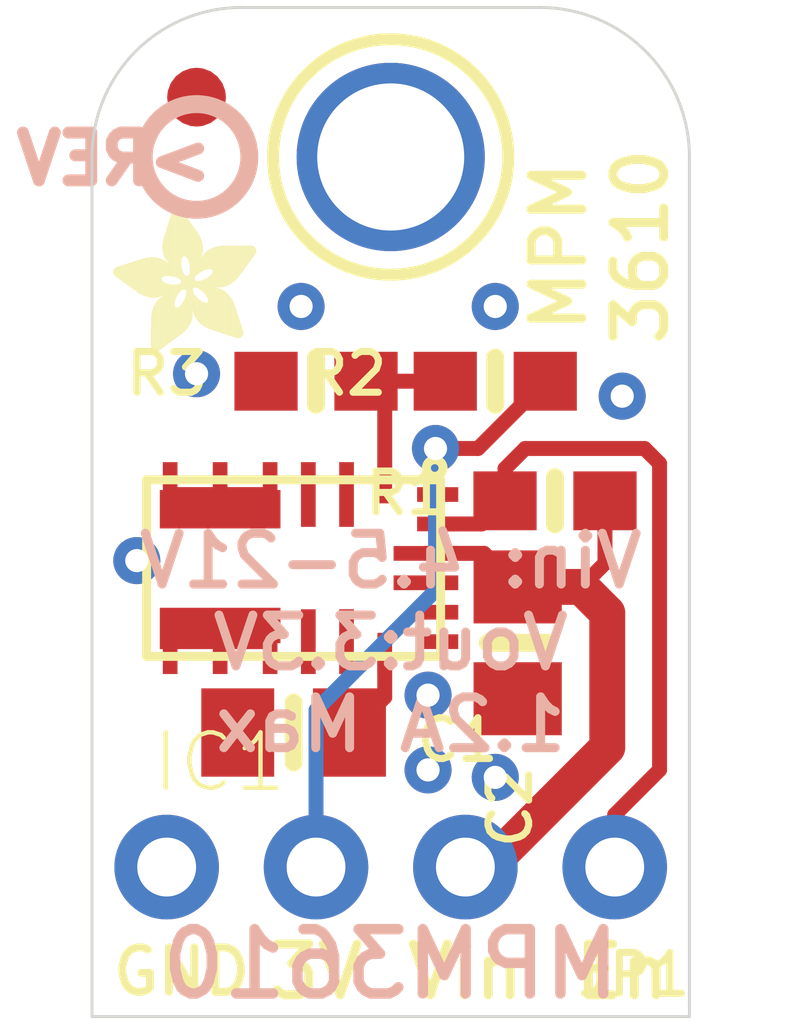
<source format=kicad_pcb>
(kicad_pcb (version 20211014) (generator pcbnew)
  (layers (0 "F.Cu" signal) (31 "B.Cu" signal) (34 "B.Paste" user) (35 "F.Paste" user) (36 "B.SilkS" user "B.Silkscreen") (37 "F.SilkS" user "F.Silkscreen") (38 "B.Mask" user) (39 "F.Mask" user) (44 "Edge.Cuts" user))
  (net 0 "")
  (net 1 "GND")
  (net 2 "3.3V")
  (net 3 "VIN")
  (net 4 "EN")
  (net 5 "VCC")
  (net 6 "FB")
  (net 7 "SW")
  (footprint "boardEagle:0805-NO" (layer "F.Cu") (at 146.8501 108.7501)
    (fp_text reference "C1" (at 2.032 0.127) (layer "F.SilkS") (effects (font (size 0.692831 0.692831) (thickness 0.119969)) (justify left)))
    (fp_text value "22uF")
    (pad "1" smd rect (at -0.95 0) (size 1.24 1.5) (layers "F.Cu" "F.Paste" "F.Mask") (net 2 "3.3V"))
    (pad "2" smd rect (at 0.95 0) (size 1.24 1.5) (layers "F.Cu" "F.Paste" "F.Mask") (net 1 "GND"))
  )
  (footprint "boardEagle:0805-NO" (layer "F.Cu") (at 150.6601 107.2261 -90)
    (fp_text reference "C2" (at 2.032 0.127 90) (layer "F.SilkS") (effects (font (size 0.692831 0.692831) (thickness 0.119969)) (justify right)))
    (fp_text value "22uF")
    (pad "1" smd rect (at -0.95 0 270) (size 1.24 1.5) (layers "F.Cu" "F.Paste" "F.Mask") (net 3 "VIN"))
    (pad "2" smd rect (at 0.95 0 270) (size 1.24 1.5) (layers "F.Cu" "F.Paste" "F.Mask") (net 1 "GND"))
  )
  (footprint "boardEagle:FIDUCIAL_1MM" (layer "F.Cu") (at 145.1991 97.9551)
    (fp_text reference "FID1" hide)
    (fp_text value "FIDUCIAL_1MM" hide)
    (pad "1" smd roundrect (at 0 0) (size 1 1) (layers "F.Cu" "F.Mask") (roundrect_rratio 0.5))
  )
  (footprint "boardEagle:ADAFRUIT_2.5MM" (layer "F.Cu") (at 146.2151 102.2731 90)
    (fp_text reference "U$11" hide)
    (fp_text value "" hide)
  )
  (footprint "boardEagle:MPM3610" (layer "F.Cu") (at 146.8501 105.9561 -90)
    (fp_text reference "IC1" (at 3.3 2.45) (layer "F.SilkS") (effects (font (size 0.941222 0.941222) (thickness 0.074778)) (justify left)))
    (fp_text value "MPM3610")
    (fp_poly (pts (xy -0.6738 2.2762) (xy -1.3262 2.2762) (xy -1.3262 2.0762) (xy -1.3762 2.0762) (xy -1.3762 0.4238) (xy -1.3262 0.4238) (xy -1.3262 0.2238) (xy -0.6738 0.2238)) (layer "F.Cu") (width 0) (fill solid))
    (fp_poly (pts (xy 1.2762 0.4238) (xy 1.3762 0.4238) (xy 1.3762 2.2762) (xy 0.6738 2.2762) (xy 0.6738 0.2238) (xy 1.2762 0.2238)) (layer "F.Cu") (width 0) (fill solid))
    (pad "1" smd rect (at -1.45 -1.55 270) (size 0.7 0.25) (layers "F.Cu" "F.Paste" "F.Mask") (net 6 "FB"))
    (pad "2" smd rect (at -1.25 -0.9 270) (size 1.1 0.25) (layers "F.Cu" "F.Paste" "F.Mask") (net 5 "VCC"))
    (pad "3" smd rect (at -1.25 -0.25 270) (size 1.1 0.25) (layers "F.Cu" "F.Paste" "F.Mask") (net 1 "GND"))
    (pad "4" smd rect (at -1.45 0.4 270) (size 0.7 0.25) (layers "F.Cu" "F.Paste" "F.Mask") (net 7 "SW"))
    (pad "5" smd rect (at -1.45 1.25 270) (size 0.7 0.25) (layers "F.Cu" "F.Paste" "F.Mask") (net 7 "SW"))
    (pad "6" smd rect (at -1.45 2.1 270) (size 0.7 0.25) (layers "F.Cu" "F.Paste" "F.Mask") (net 7 "SW"))
    (pad "7" smd rect (at 1.45 2.1 270) (size 0.7 0.25) (layers "F.Cu" "F.Paste" "F.Mask") (net 2 "3.3V"))
    (pad "8" smd rect (at 1.45 1.25 270) (size 0.7 0.25) (layers "F.Cu" "F.Paste" "F.Mask") (net 2 "3.3V"))
    (pad "9" smd rect (at 1.45 0.4 270) (size 0.7 0.25) (layers "F.Cu" "F.Paste" "F.Mask") (net 2 "3.3V"))
    (pad "10" smd rect (at 1.25 -0.25 270) (size 1.1 0.25) (layers "F.Cu" "F.Paste" "F.Mask"))
    (pad "11" smd rect (at 1.25 -0.9 270) (size 1.1 0.25) (layers "F.Cu" "F.Paste" "F.Mask"))
    (pad "12" smd rect (at 1.45 -1.55 270) (size 0.7 0.25) (layers "F.Cu" "F.Paste" "F.Mask") (net 1 "GND"))
    (pad "13" smd rect (at 1.25 -2.45) (size 0.7 0.25) (layers "F.Cu" "F.Paste" "F.Mask") (net 1 "GND"))
    (pad "14" smd rect (at 0.75 -2.45) (size 0.7 0.25) (layers "F.Cu" "F.Paste" "F.Mask") (net 1 "GND"))
    (pad "15" smd rect (at 0.25 -2.25) (size 1.1 0.25) (layers "F.Cu" "F.Paste" "F.Mask"))
    (pad "16" smd rect (at -0.25 -2.25) (size 1.1 0.25) (layers "F.Cu" "F.Paste" "F.Mask") (net 3 "VIN"))
    (pad "17" smd rect (at -0.75 -2.45) (size 0.7 0.25) (layers "F.Cu" "F.Paste" "F.Mask") (net 4 "EN"))
    (pad "18" smd rect (at -1.25 -2.45) (size 0.7 0.25) (layers "F.Cu" "F.Paste" "F.Mask"))
  )
  (footprint "boardEagle:1X04_ROUND" (layer "F.Cu") (at 148.5011 111.0361 180)
    (fp_text reference "JP1" (at -5.1562 -1.8288) (layer "F.SilkS") (effects (font (size 0.692831 0.692831) (thickness 0.119969)) (justify right)))
    (fp_text value "")
    (pad "1" thru_hole circle (at -3.81 0 270) (size 1.778 1.778) (drill 1) (layers *.Cu *.Mask) (net 4 "EN"))
    (pad "2" thru_hole circle (at -1.27 0 270) (size 1.778 1.778) (drill 1) (layers *.Cu *.Mask) (net 3 "VIN"))
    (pad "3" thru_hole circle (at 1.27 0 270) (size 1.778 1.778) (drill 1) (layers *.Cu *.Mask) (net 2 "3.3V"))
    (pad "4" thru_hole circle (at 3.81 0 270) (size 1.778 1.778) (drill 1) (layers *.Cu *.Mask) (net 1 "GND"))
  )
  (footprint "boardEagle:0603-NO" (layer "F.Cu") (at 150.2791 102.7811 180)
    (fp_text reference "R2" (at 1.778 0.127) (layer "F.SilkS") (effects (font (size 0.692831 0.692831) (thickness 0.119969)) (justify right)))
    (fp_text value "75K")
    (pad "1" smd rect (at -0.85 0 180) (size 1.075 1) (layers "F.Cu" "F.Paste" "F.Mask") (net 2 "3.3V"))
    (pad "2" smd rect (at 0.85 0 180) (size 1.075 1) (layers "F.Cu" "F.Paste" "F.Mask") (net 6 "FB"))
  )
  (footprint "boardEagle:0603-NO" (layer "F.Cu") (at 151.2951 104.8131 180)
    (fp_text reference "R1" (at 1.778 0.127) (layer "F.SilkS") (effects (font (size 0.692831 0.692831) (thickness 0.119969)) (justify right)))
    (fp_text value "75K")
    (pad "1" smd rect (at -0.85 0 180) (size 1.075 1) (layers "F.Cu" "F.Paste" "F.Mask") (net 3 "VIN"))
    (pad "2" smd rect (at 0.85 0 180) (size 1.075 1) (layers "F.Cu" "F.Paste" "F.Mask") (net 4 "EN"))
  )
  (footprint "boardEagle:0603-NO" (layer "F.Cu") (at 147.2311 102.7811 180)
    (fp_text reference "R3" (at 1.778 0.127) (layer "F.SilkS") (effects (font (size 0.692831 0.692831) (thickness 0.119969)) (justify right)))
    (fp_text value "24K")
    (pad "1" smd rect (at -0.85 0 180) (size 1.075 1) (layers "F.Cu" "F.Paste" "F.Mask") (net 6 "FB"))
    (pad "2" smd rect (at 0.85 0 180) (size 1.075 1) (layers "F.Cu" "F.Paste" "F.Mask") (net 1 "GND"))
  )
  (footprint "boardEagle:MOUNTINGHOLE_2.5_PLATED" (layer "F.Cu") (at 148.5011 98.9711)
    (fp_text reference "U$9" hide)
    (fp_text value "MOUNTINGHOLE2.5" hide)
    (pad "P$1" thru_hole circle (at 0 0) (size 3.2 3.2) (drill 2.5) (layers *.Cu *.Mask))
  )
  (footprint "boardEagle:PCBFEAT-REV-040" (layer "B.Cu") (at 145.1991 98.9711 180)
    (fp_text reference "U$10" hide)
    (fp_text value "" hide)
    (fp_text user ">REV" (at -0.3556 -0.508) (layer "B.SilkS") (effects (font (size 0.8128 0.8128) (thickness 0.2032)) (justify left bottom mirror)))
  )
  (gr_line (start 153.5811 98.9711) (end 153.5811 113.5761) (layer "Edge.Cuts") (width 0.05))
  (gr_line (start 145.9611 96.4311) (end 151.0411 96.4311) (layer "Edge.Cuts") (width 0.05))
  (gr_line (start 143.4211 113.5761) (end 143.4211 98.9711) (layer "Edge.Cuts") (width 0.05))
  (gr_arc (start 151.0411 96.4311) (mid 152.837151 97.175049) (end 153.5811 98.9711) (layer "Edge.Cuts") (width 0.05))
  (gr_line (start 153.5811 113.5761) (end 143.4211 113.5761) (layer "Edge.Cuts") (width 0.05))
  (gr_arc (start 143.4211 98.9711) (mid 144.165049 97.175049) (end 145.9611 96.4311) (layer "Edge.Cuts") (width 0.05))
  (gr_text "MPM3610" (at 148.5011 112.6871) (layer "B.SilkS") (effects (font (size 1.0922 1.0922) (thickness 0.1778)) (justify mirror)))
  (gr_text "Vin: 4.5-21V\nVout:3.3V\n1.2A Max" (at 148.5011 107.2261) (layer "B.SilkS") (effects (font (size 0.8636 0.8636) (thickness 0.1524)) (justify mirror)))
  (gr_text "MPM\n3610" (at 152.0571 100.4951 90) (layer "F.SilkS") (effects (font (size 0.8636 0.8636) (thickness 0.1524))))
  (gr_text "En" (at 152.4381 112.8141) (layer "F.SilkS") (effects (font (size 0.8636 0.8636) (thickness 0.1524))))
  (gr_text "3V" (at 147.2311 112.8141) (layer "F.SilkS") (effects (font (size 0.8636 0.8636) (thickness 0.1524))))
  (gr_text "Vin" (at 149.7711 112.8141) (layer "F.SilkS") (effects (font (size 0.8636 0.8636) (thickness 0.1524))))
  (gr_text "GND" (at 144.9451 112.8141) (layer "F.SilkS") (effects (font (size 0.75565 0.75565) (thickness 0.13335))))
  (segment (start 148.4001 107.4061) (end 148.4001 108.1501) (width 0.254) (layer "F.Cu") (net 1))
  (segment (start 148.4001 108.1501) (end 147.8001 108.7501) (width 0.254) (layer "F.Cu") (net 1))
  (via (at 150.2791 101.5111) (size 0.8001) (drill 0.3937) (layers "F.Cu" "B.Cu") (net 1))
  (via (at 149.1361 108.1151) (size 0.8001) (drill 0.3937) (layers "F.Cu" "B.Cu") (net 1))
  (via (at 149.1361 109.3851) (size 0.8001) (drill 0.3937) (layers "F.Cu" "B.Cu") (net 1))
  (via (at 144.1831 105.8291) (size 0.8001) (drill 0.3937) (layers "F.Cu" "B.Cu") (net 1))
  (via (at 145.1991 102.6541) (size 0.8001) (drill 0.3937) (layers "F.Cu" "B.Cu") (net 1))
  (via (at 150.2791 109.5121) (size 0.8001) (drill 0.3937) (layers "F.Cu" "B.Cu") (net 1))
  (via (at 146.9771 101.5111) (size 0.8001) (drill 0.3937) (layers "F.Cu" "B.Cu") (net 1))
  (via (at 152.4381 103.0351) (size 0.8001) (drill 0.3937) (layers "F.Cu" "B.Cu") (net 1))
  (segment (start 149.2631 103.9241) (end 149.9861 103.9241) (width 0.254) (layer "F.Cu") (net 2))
  (segment (start 151.1291 102.7811) (end 149.9861 103.9241) (width 0.254) (layer "F.Cu") (net 2))
  (via (at 149.2631 103.9241) (size 0.8001) (drill 0.3937) (layers "F.Cu" "B.Cu") (net 2))
  (segment (start 147.2311 108.3691) (end 147.2311 111.0361) (width 0.254) (layer "B.Cu") (net 2))
  (segment (start 149.2631 106.3371) (end 147.2311 108.3691) (width 0.254) (layer "B.Cu") (net 2))
  (segment (start 149.2631 103.9241) (end 149.2631 106.3371) (width 0.254) (layer "B.Cu") (net 2))
  (segment (start 150.0901 105.7061) (end 150.6601 106.2761) (width 0.254) (layer "F.Cu") (net 3))
  (segment (start 150.6601 106.2761) (end 151.7421 106.2761) (width 0.6096) (layer "F.Cu") (net 3))
  (segment (start 149.1001 105.7061) (end 150.0901 105.7061) (width 0.254) (layer "F.Cu") (net 3))
  (segment (start 151.7421 106.2761) (end 152.1841 106.7181) (width 0.6096) (layer "F.Cu") (net 3))
  (segment (start 152.1451 105.8731) (end 151.7421 106.2761) (width 0.254) (layer "F.Cu") (net 3))
  (segment (start 152.1841 106.7181) (end 152.1841 109.0041) (width 0.6096) (layer "F.Cu") (net 3))
  (segment (start 150.1521 111.0361) (end 149.7711 111.0361) (width 0.6096) (layer "F.Cu") (net 3))
  (segment (start 152.1841 109.0041) (end 150.1521 111.0361) (width 0.6096) (layer "F.Cu") (net 3))
  (segment (start 152.1451 104.8131) (end 152.1451 105.8731) (width 0.254) (layer "F.Cu") (net 3))
  (segment (start 152.8191 103.9241) (end 153.0731 104.1781) (width 0.254) (layer "F.Cu") (net 4))
  (segment (start 149.3001 105.2061) (end 150.0521 105.2061) (width 0.254) (layer "F.Cu") (net 4))
  (segment (start 152.3111 110.1471) (end 152.3111 111.0361) (width 0.254) (layer "F.Cu") (net 4))
  (segment (start 153.0731 104.1781) (end 153.0731 109.3851) (width 0.254) (layer "F.Cu") (net 4))
  (segment (start 150.4451 104.2661) (end 150.7871 103.9241) (width 0.254) (layer "F.Cu") (net 4))
  (segment (start 150.4451 104.8131) (end 150.4451 104.2661) (width 0.254) (layer "F.Cu") (net 4))
  (segment (start 150.7871 103.9241) (end 152.8191 103.9241) (width 0.254) (layer "F.Cu") (net 4))
  (segment (start 150.0521 105.2061) (end 150.4451 104.8131) (width 0.254) (layer "F.Cu") (net 4))
  (segment (start 153.0731 109.3851) (end 152.3111 110.1471) (width 0.254) (layer "F.Cu") (net 4))
  (segment (start 149.4291 102.7811) (end 148.0811 102.7811) (width 0.254) (layer "F.Cu") (net 6))
  (segment (start 148.4001 104.5061) (end 148.4001 103.1001) (width 0.254) (layer "F.Cu") (net 6))
  (segment (start 148.4001 103.1001) (end 148.0811 102.7811) (width 0.254) (layer "F.Cu") (net 6))
)
</source>
